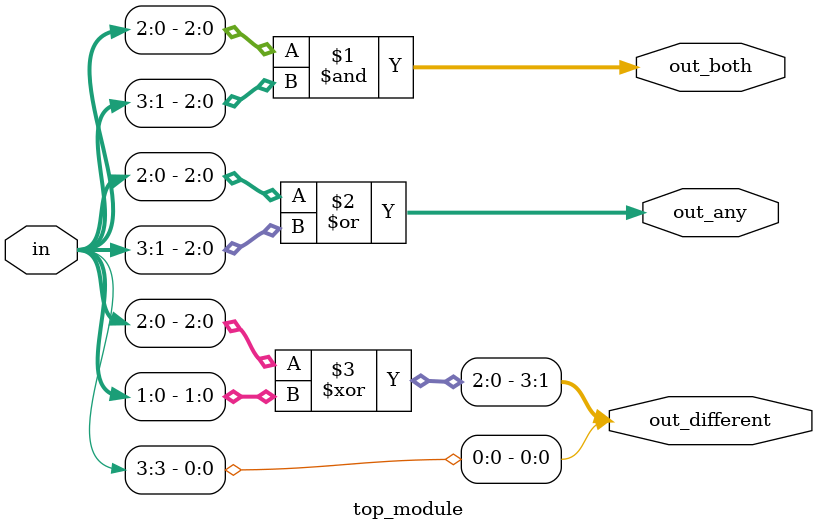
<source format=sv>
module top_module (
    input [3:0] in,
    output [2:0] out_both,
    output [3:1] out_any,
    output [3:0] out_different
);

    assign out_both = in[2:0] & in[3:1];
    assign out_any = in[2:0] | in[3:1];
    assign out_different = {in[3], in[2:0] ^ in[1:0], in[3]};

endmodule

</source>
